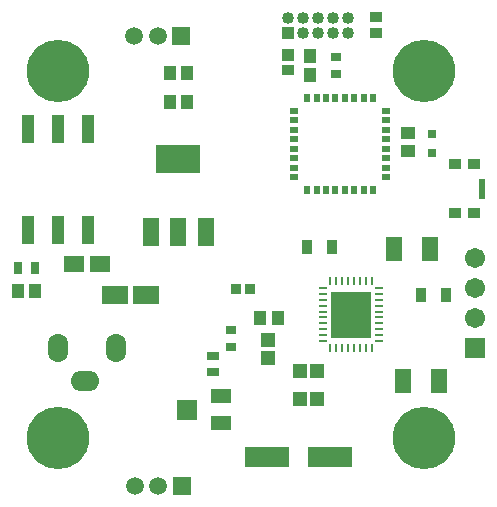
<source format=gts>
G04*
G04 #@! TF.GenerationSoftware,Altium Limited,Altium Designer,21.1.1 (26)*
G04*
G04 Layer_Color=8388736*
%FSLAX25Y25*%
%MOIN*%
G70*
G04*
G04 #@! TF.SameCoordinates,EC72FFD8-62BE-425B-AFB2-474ABE2E55C8*
G04*
G04*
G04 #@! TF.FilePolarity,Negative*
G04*
G01*
G75*
%ADD16R,0.01968X0.03150*%
%ADD17R,0.03150X0.01968*%
%ADD18R,0.02165X0.06693*%
%ADD19R,0.03937X0.03543*%
%ADD21R,0.03543X0.03150*%
%ADD24R,0.03765X0.04749*%
%ADD28R,0.02996X0.00955*%
G04:AMPARAMS|DCode=29|XSize=29.96mil|YSize=9.55mil|CornerRadius=4.77mil|HoleSize=0mil|Usage=FLASHONLY|Rotation=180.000|XOffset=0mil|YOffset=0mil|HoleType=Round|Shape=RoundedRectangle|*
%AMROUNDEDRECTD29*
21,1,0.02996,0.00000,0,0,180.0*
21,1,0.02042,0.00955,0,0,180.0*
1,1,0.00955,-0.01021,0.00000*
1,1,0.00955,0.01021,0.00000*
1,1,0.00955,0.01021,0.00000*
1,1,0.00955,-0.01021,0.00000*
%
%ADD29ROUNDEDRECTD29*%
G04:AMPARAMS|DCode=30|XSize=9.55mil|YSize=29.96mil|CornerRadius=4.77mil|HoleSize=0mil|Usage=FLASHONLY|Rotation=180.000|XOffset=0mil|YOffset=0mil|HoleType=Round|Shape=RoundedRectangle|*
%AMROUNDEDRECTD30*
21,1,0.00955,0.02042,0,0,180.0*
21,1,0.00000,0.02996,0,0,180.0*
1,1,0.00955,0.00000,0.01021*
1,1,0.00955,0.00000,0.01021*
1,1,0.00955,0.00000,-0.01021*
1,1,0.00955,0.00000,-0.01021*
%
%ADD30ROUNDEDRECTD30*%
%ADD34R,0.03985X0.04758*%
%ADD41R,0.03150X0.03150*%
%ADD42R,0.04449X0.09606*%
%ADD44R,0.03371X0.03379*%
%ADD46R,0.04343X0.03950*%
%ADD47R,0.05524X0.09461*%
%ADD48R,0.14580X0.09461*%
%ADD49R,0.14580X0.07099*%
%ADD50R,0.04540X0.04934*%
%ADD51R,0.06902X0.05524*%
%ADD52R,0.13780X0.15748*%
%ADD53R,0.07099X0.05131*%
%ADD54R,0.07099X0.07099*%
%ADD55R,0.04343X0.04934*%
%ADD56R,0.08674X0.06115*%
%ADD57R,0.05721X0.07887*%
%ADD58R,0.04147X0.03753*%
%ADD59R,0.04934X0.04343*%
%ADD60R,0.04343X0.03556*%
%ADD61R,0.03162X0.03950*%
%ADD62R,0.03950X0.03162*%
%ADD63R,0.04934X0.04540*%
%ADD64O,0.06706X0.09658*%
%ADD65O,0.09658X0.06706*%
%ADD66R,0.05918X0.05918*%
%ADD67C,0.05918*%
%ADD68C,0.20800*%
%ADD69C,0.06706*%
%ADD70R,0.06706X0.06706*%
%ADD71C,0.04000*%
%ADD72R,0.04000X0.04000*%
D16*
X21902Y52209D02*
D03*
X25051D02*
D03*
X28201D02*
D03*
X31350D02*
D03*
X34500D02*
D03*
X37650D02*
D03*
X40799D02*
D03*
X43949D02*
D03*
X43949Y21500D02*
D03*
X40799D02*
D03*
X37650D02*
D03*
X34500D02*
D03*
X31350D02*
D03*
X28201D02*
D03*
X25051D02*
D03*
X21902Y21500D02*
D03*
D17*
X48280Y47878D02*
D03*
Y44728D02*
D03*
Y41579D02*
D03*
Y38429D02*
D03*
Y35280D02*
D03*
Y32130D02*
D03*
Y28980D02*
D03*
Y25831D02*
D03*
X17571Y25831D02*
D03*
X17571Y28980D02*
D03*
Y32130D02*
D03*
Y35280D02*
D03*
Y38429D02*
D03*
Y41579D02*
D03*
Y44728D02*
D03*
Y47878D02*
D03*
D18*
X80110Y22000D02*
D03*
D19*
X77650Y13929D02*
D03*
X71350D02*
D03*
Y30071D02*
D03*
X77650D02*
D03*
D21*
X31500Y60047D02*
D03*
X31500Y65953D02*
D03*
X-3500Y-30953D02*
D03*
Y-25047D02*
D03*
D24*
X21964Y2500D02*
D03*
X30035D02*
D03*
X68035Y-13500D02*
D03*
X59965D02*
D03*
D28*
X45853Y-28858D02*
D03*
D29*
Y-26890D02*
D03*
Y-24921D02*
D03*
Y-22953D02*
D03*
Y-20984D02*
D03*
Y-19016D02*
D03*
Y-17047D02*
D03*
Y-15079D02*
D03*
Y-13110D02*
D03*
Y-11142D02*
D03*
X27147D02*
D03*
Y-13110D02*
D03*
Y-15079D02*
D03*
Y-17047D02*
D03*
Y-19016D02*
D03*
Y-20984D02*
D03*
Y-22953D02*
D03*
Y-24921D02*
D03*
Y-26890D02*
D03*
Y-28858D02*
D03*
D30*
X43390Y-8679D02*
D03*
X41421Y-8679D02*
D03*
X39453D02*
D03*
X37484D02*
D03*
X35516D02*
D03*
X33547D02*
D03*
X31579D02*
D03*
X29610Y-8679D02*
D03*
Y-31321D02*
D03*
X31579Y-31321D02*
D03*
X33547D02*
D03*
X35516D02*
D03*
X37484D02*
D03*
X39453D02*
D03*
X41421D02*
D03*
X43390Y-31321D02*
D03*
D34*
X23000Y66157D02*
D03*
Y59843D02*
D03*
D41*
X63500Y40248D02*
D03*
Y33752D02*
D03*
D42*
X-51000Y41929D02*
D03*
X-61000D02*
D03*
X-71000D02*
D03*
Y8071D02*
D03*
X-61000D02*
D03*
X-51000D02*
D03*
D44*
X-1866Y-11500D02*
D03*
X2866Y-11500D02*
D03*
D46*
X15500Y66362D02*
D03*
D47*
X-30055Y7591D02*
D03*
X-21000D02*
D03*
X-11945D02*
D03*
D48*
X-21000Y32000D02*
D03*
D49*
X8370Y-67500D02*
D03*
X29630D02*
D03*
D50*
X19546Y-48000D02*
D03*
X25254D02*
D03*
X19546Y-38900D02*
D03*
X25254Y-38900D02*
D03*
D51*
X-55831Y-3000D02*
D03*
X-47169D02*
D03*
D52*
X36500Y-20000D02*
D03*
D53*
X-6691Y-56228D02*
D03*
Y-47172D02*
D03*
D54*
X-18109Y-51700D02*
D03*
D55*
X-23854Y60500D02*
D03*
X-18146D02*
D03*
X-23854Y51000D02*
D03*
X-18146D02*
D03*
X12054Y-21100D02*
D03*
X6346D02*
D03*
X-74354Y-12000D02*
D03*
X-68646D02*
D03*
D56*
X-42217Y-13500D02*
D03*
X-31784D02*
D03*
D57*
X53996Y-42000D02*
D03*
X66004D02*
D03*
X63004Y2000D02*
D03*
X50996D02*
D03*
D58*
X45000Y73941D02*
D03*
Y79059D02*
D03*
D59*
X55500Y40354D02*
D03*
Y34646D02*
D03*
D60*
X15500Y61638D02*
D03*
D61*
X-68646Y-4500D02*
D03*
X-74354D02*
D03*
D62*
X-9500Y-39059D02*
D03*
Y-33941D02*
D03*
D63*
X9000Y-34354D02*
D03*
Y-28646D02*
D03*
D64*
X-41937Y-31000D02*
D03*
X-61228D02*
D03*
D65*
X-52173Y-42024D02*
D03*
D66*
X-19826Y-77165D02*
D03*
X-20000Y72835D02*
D03*
D67*
X-27700Y-77165D02*
D03*
X-35574D02*
D03*
X-35748Y72835D02*
D03*
X-27874Y72835D02*
D03*
D68*
X-61024Y-61024D02*
D03*
X61024D02*
D03*
X-61024Y61024D02*
D03*
X61024D02*
D03*
D69*
X78000Y-1000D02*
D03*
Y-11000D02*
D03*
Y-21000D02*
D03*
D70*
Y-31000D02*
D03*
D71*
X35500Y79000D02*
D03*
X30500Y79000D02*
D03*
X25500D02*
D03*
X20500Y79000D02*
D03*
X15500D02*
D03*
X35500Y74000D02*
D03*
X30500Y74000D02*
D03*
X25500Y74000D02*
D03*
X20500D02*
D03*
D72*
X15500Y74000D02*
D03*
M02*

</source>
